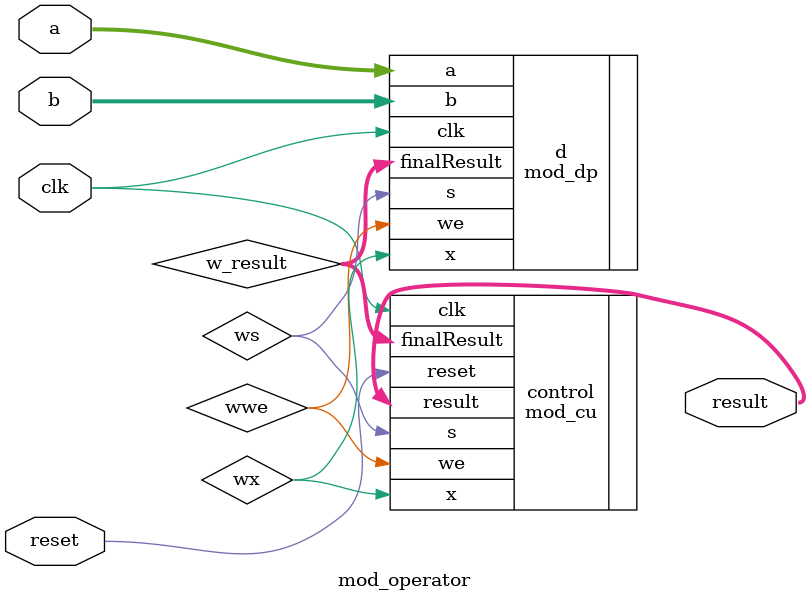
<source format=v>
module mod_operator(
	input [31:0] a,
	input [31:0] b,
	input reset,
	input clk,
	output [31:0]result
);

wire wx, wwe, ws;
wire [31:0]w_result;
mod_cu control(
.reset(reset),
.clk(clk),
.x(wx),
.finalResult(w_result),
.we(wwe),
.s(ws),
.result(result)
);

mod_dp d(
.clk(clk),
.s(ws),
.we(wwe),
.a(a),
.b(b),
.x(wx),
.finalResult(w_result)
);


endmodule

</source>
